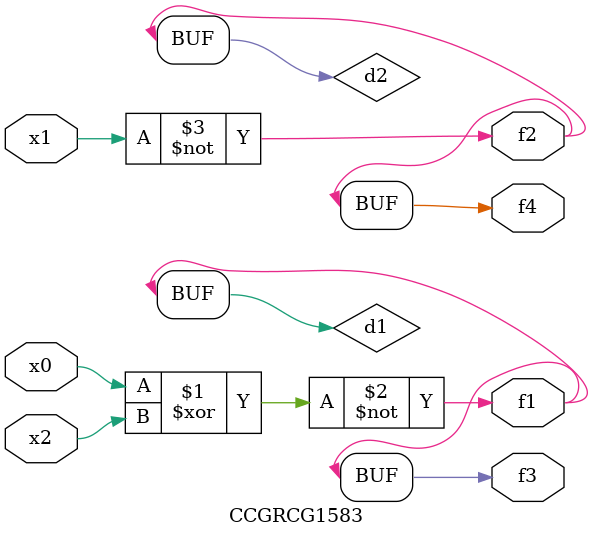
<source format=v>
module CCGRCG1583(
	input x0, x1, x2,
	output f1, f2, f3, f4
);

	wire d1, d2, d3;

	xnor (d1, x0, x2);
	nand (d2, x1);
	nor (d3, x1, x2);
	assign f1 = d1;
	assign f2 = d2;
	assign f3 = d1;
	assign f4 = d2;
endmodule

</source>
